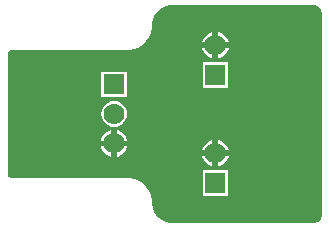
<source format=gbl>
G04*
G04 #@! TF.GenerationSoftware,Altium Limited,Altium Designer,21.0.9 (235)*
G04*
G04 Layer_Physical_Order=2*
G04 Layer_Color=16711680*
%FSLAX25Y25*%
%MOIN*%
G70*
G04*
G04 #@! TF.SameCoordinates,681C86FF-A5D9-4EC2-8099-3749C4F56B9B*
G04*
G04*
G04 #@! TF.FilePolarity,Positive*
G04*
G01*
G75*
%ADD14C,0.07000*%
%ADD15R,0.07000X0.07000*%
G36*
X103705Y73104D02*
X104145Y72922D01*
X104541Y72658D01*
X104878Y72321D01*
X105142Y71925D01*
X105325Y71485D01*
X105418Y71018D01*
Y70780D01*
Y3221D01*
X105418Y2982D01*
X105325Y2515D01*
X105142Y2075D01*
X104878Y1679D01*
X104541Y1343D01*
X104145Y1078D01*
X103705Y896D01*
X103238Y803D01*
X103000Y803D01*
X54840D01*
X53547Y1060D01*
X52328Y1565D01*
X51231Y2298D01*
X50298Y3231D01*
X49565Y4328D01*
X49060Y5547D01*
X48803Y6840D01*
Y7500D01*
X48799Y7520D01*
X48802Y7539D01*
X48766Y8275D01*
X48751Y8332D01*
Y8392D01*
X48464Y9834D01*
X48434Y9907D01*
X48419Y9984D01*
X47856Y11343D01*
X47812Y11408D01*
X47782Y11481D01*
X46965Y12704D01*
X46909Y12760D01*
X46865Y12826D01*
X45826Y13865D01*
X45760Y13909D01*
X45704Y13965D01*
X44482Y14782D01*
X44408Y14812D01*
X44343Y14856D01*
X42984Y15419D01*
X42907Y15434D01*
X42834Y15464D01*
X41392Y15751D01*
X41332D01*
X41274Y15766D01*
X40539Y15802D01*
X40520Y15799D01*
X40500Y15803D01*
X1762D01*
X1322Y15985D01*
X985Y16322D01*
X803Y16762D01*
Y17000D01*
Y57000D01*
Y57238D01*
X985Y57678D01*
X1322Y58015D01*
X1762Y58197D01*
X40500D01*
X40520Y58201D01*
X40539Y58198D01*
X41274Y58234D01*
X41332Y58249D01*
X41392D01*
X42834Y58536D01*
X42907Y58566D01*
X42984Y58581D01*
X44343Y59144D01*
X44408Y59188D01*
X44482Y59218D01*
X45704Y60035D01*
X45760Y60091D01*
X45826Y60135D01*
X46865Y61174D01*
X46909Y61240D01*
X46965Y61296D01*
X47782Y62519D01*
X47812Y62591D01*
X47856Y62657D01*
X48419Y64016D01*
X48434Y64093D01*
X48464Y64166D01*
X48751Y65608D01*
Y65668D01*
X48766Y65725D01*
X48802Y66461D01*
X48799Y66480D01*
X48803Y66500D01*
Y67160D01*
X49060Y68454D01*
X49565Y69672D01*
X50298Y70769D01*
X51231Y71702D01*
X52328Y72435D01*
X53547Y72940D01*
X54840Y73197D01*
X103238D01*
X103705Y73104D01*
D02*
G37*
%LPC*%
G36*
X71000Y64328D02*
Y60921D01*
X74407D01*
X74384Y61096D01*
X73931Y62191D01*
X73209Y63131D01*
X72269Y63852D01*
X71175Y64305D01*
X71000Y64328D01*
D02*
G37*
G36*
X69000Y64328D02*
X68825Y64305D01*
X67731Y63852D01*
X66791Y63131D01*
X66069Y62191D01*
X65616Y61096D01*
X65593Y60921D01*
X69000D01*
Y64328D01*
D02*
G37*
G36*
Y58921D02*
X65593D01*
X65616Y58746D01*
X66069Y57652D01*
X66791Y56712D01*
X67731Y55990D01*
X68825Y55537D01*
X69000Y55514D01*
Y58921D01*
D02*
G37*
G36*
X74407D02*
X71000D01*
Y55514D01*
X71175Y55537D01*
X72269Y55990D01*
X73209Y56712D01*
X73931Y57652D01*
X74384Y58746D01*
X74407Y58921D01*
D02*
G37*
G36*
X74300Y54379D02*
X65700D01*
Y45779D01*
X74300D01*
Y54379D01*
D02*
G37*
G36*
X40521Y51143D02*
X31920D01*
Y42542D01*
X40521D01*
Y51143D01*
D02*
G37*
G36*
X36220Y41337D02*
X35098Y41189D01*
X34052Y40756D01*
X33154Y40067D01*
X32464Y39169D01*
X32031Y38122D01*
X31883Y37000D01*
X32031Y35877D01*
X32464Y34832D01*
X33154Y33933D01*
X34052Y33244D01*
X35098Y32811D01*
X36220Y32663D01*
X37343Y32811D01*
X38389Y33244D01*
X39287Y33933D01*
X39977Y34832D01*
X40410Y35877D01*
X40558Y37000D01*
X40410Y38122D01*
X39977Y39169D01*
X39287Y40067D01*
X38389Y40756D01*
X37343Y41189D01*
X36220Y41337D01*
D02*
G37*
G36*
X37220Y31565D02*
Y28157D01*
X40628D01*
X40605Y28332D01*
X40151Y29427D01*
X39430Y30367D01*
X38490Y31088D01*
X37395Y31542D01*
X37220Y31565D01*
D02*
G37*
G36*
X35221Y31565D02*
X35046Y31542D01*
X33951Y31088D01*
X33011Y30367D01*
X32290Y29427D01*
X31836Y28332D01*
X31813Y28157D01*
X35221D01*
Y31565D01*
D02*
G37*
G36*
X71000Y28328D02*
Y24921D01*
X74407D01*
X74384Y25096D01*
X73931Y26191D01*
X73209Y27131D01*
X72269Y27852D01*
X71175Y28305D01*
X71000Y28328D01*
D02*
G37*
G36*
X69000D02*
X68825Y28305D01*
X67731Y27852D01*
X66791Y27131D01*
X66069Y26191D01*
X65616Y25096D01*
X65593Y24921D01*
X69000D01*
Y28328D01*
D02*
G37*
G36*
X40628Y26158D02*
X37220D01*
Y22750D01*
X37395Y22773D01*
X38490Y23227D01*
X39430Y23948D01*
X40151Y24888D01*
X40605Y25983D01*
X40628Y26158D01*
D02*
G37*
G36*
X35221D02*
X31813D01*
X31836Y25983D01*
X32290Y24888D01*
X33011Y23948D01*
X33951Y23227D01*
X35046Y22773D01*
X35221Y22750D01*
Y26158D01*
D02*
G37*
G36*
X74407Y22921D02*
X71000D01*
Y19514D01*
X71175Y19537D01*
X72269Y19990D01*
X73209Y20712D01*
X73931Y21652D01*
X74384Y22747D01*
X74407Y22921D01*
D02*
G37*
G36*
X69000D02*
X65593D01*
X65616Y22747D01*
X66069Y21652D01*
X66791Y20712D01*
X67731Y19990D01*
X68825Y19537D01*
X69000Y19514D01*
Y22921D01*
D02*
G37*
G36*
X74300Y18379D02*
X65700D01*
Y9779D01*
X74300D01*
Y18379D01*
D02*
G37*
%LPD*%
D14*
X36220Y27158D02*
D03*
Y37000D02*
D03*
X70000Y59921D02*
D03*
Y23921D02*
D03*
D15*
X36220Y46843D02*
D03*
X70000Y50079D02*
D03*
Y14079D02*
D03*
M02*

</source>
